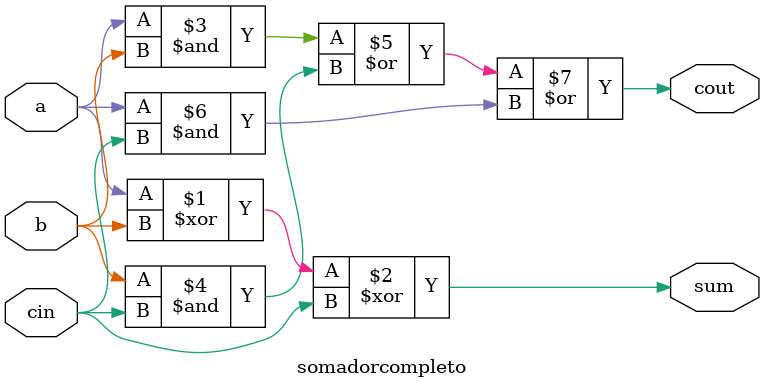
<source format=v>
module somadorcompleto(a,b,cin,cout,sum);
input a,b,cin;
output  sum, cout;

assign sum = a ^ b ^ cin;
assign cout = (a & b) | (b & cin) | (a & cin);

endmodule
</source>
